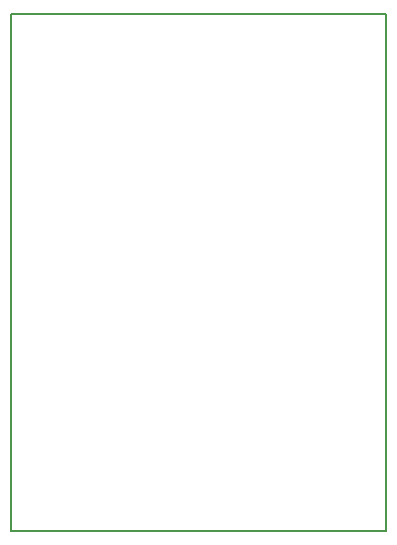
<source format=gm1>
G04 MADE WITH FRITZING*
G04 WWW.FRITZING.ORG*
G04 DOUBLE SIDED*
G04 HOLES PLATED*
G04 CONTOUR ON CENTER OF CONTOUR VECTOR*
%ASAXBY*%
%FSLAX23Y23*%
%MOIN*%
%OFA0B0*%
%SFA1.0B1.0*%
%ADD10R,1.259840X1.732280*%
%ADD11C,0.008000*%
%ADD10C,0.008*%
%LNCONTOUR*%
G90*
G70*
G54D10*
G54D11*
X4Y1728D02*
X1256Y1728D01*
X1256Y4D01*
X4Y4D01*
X4Y1728D01*
D02*
G04 End of contour*
M02*
</source>
